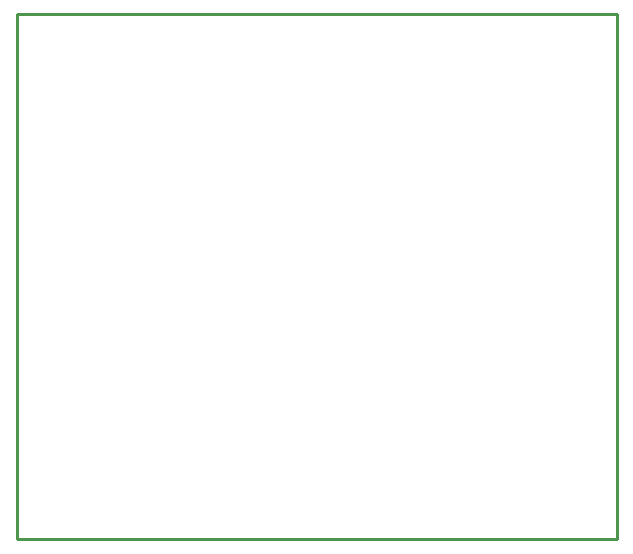
<source format=gbr>
G04 start of page 4 for group 2 idx 2 *
G04 Title: (unknown), outline *
G04 Creator: pcb 4.0.2 *
G04 CreationDate: Mon Jan 25 18:16:20 2021 UTC *
G04 For: ndholmes *
G04 Format: Gerber/RS-274X *
G04 PCB-Dimensions (mil): 2000.00 2000.00 *
G04 PCB-Coordinate-Origin: lower left *
%MOIN*%
%FSLAX25Y25*%
%LNOUTLINE*%
%ADD30C,0.0100*%
G54D30*X0Y175000D02*Y0D01*
X200000D01*
Y175000D01*
X0D02*X200000D01*
M02*

</source>
